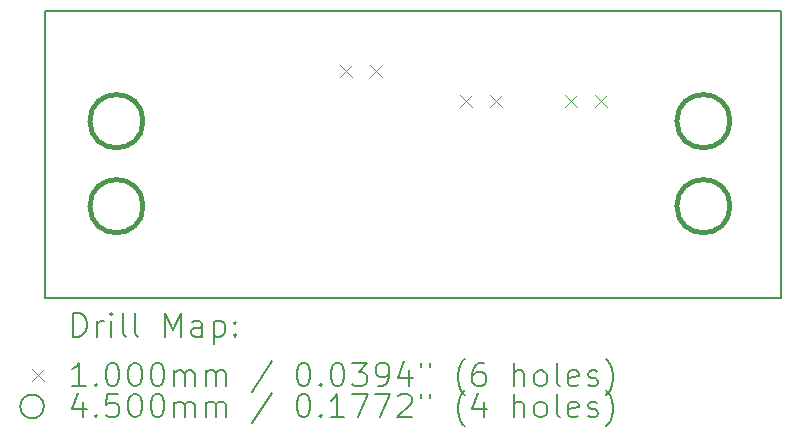
<source format=gbr>
%TF.GenerationSoftware,KiCad,Pcbnew,7.0.2*%
%TF.CreationDate,2023-08-24T13:31:46-07:00*%
%TF.ProjectId,Current Sense Standalone,43757272-656e-4742-9053-656e73652053,rev?*%
%TF.SameCoordinates,Original*%
%TF.FileFunction,Drillmap*%
%TF.FilePolarity,Positive*%
%FSLAX45Y45*%
G04 Gerber Fmt 4.5, Leading zero omitted, Abs format (unit mm)*
G04 Created by KiCad (PCBNEW 7.0.2) date 2023-08-24 13:31:46*
%MOMM*%
%LPD*%
G01*
G04 APERTURE LIST*
%ADD10C,0.200000*%
%ADD11C,0.100000*%
%ADD12C,0.450000*%
G04 APERTURE END LIST*
D10*
X1260615Y-1270000D02*
X7493000Y-1270000D01*
X7493000Y-3702648D01*
X1260615Y-3702648D01*
X1260615Y-1270000D01*
D11*
X3760000Y-1728000D02*
X3860000Y-1828000D01*
X3860000Y-1728000D02*
X3760000Y-1828000D01*
X4014000Y-1728000D02*
X4114000Y-1828000D01*
X4114000Y-1728000D02*
X4014000Y-1828000D01*
X4776000Y-1982000D02*
X4876000Y-2082000D01*
X4876000Y-1982000D02*
X4776000Y-2082000D01*
X5030000Y-1982000D02*
X5130000Y-2082000D01*
X5130000Y-1982000D02*
X5030000Y-2082000D01*
X5665000Y-1982000D02*
X5765000Y-2082000D01*
X5765000Y-1982000D02*
X5665000Y-2082000D01*
X5919000Y-1982000D02*
X6019000Y-2082000D01*
X6019000Y-1982000D02*
X5919000Y-2082000D01*
D12*
X2090094Y-2201000D02*
G75*
G03*
X2090094Y-2201000I-225000J0D01*
G01*
X2090094Y-2921000D02*
G75*
G03*
X2090094Y-2921000I-225000J0D01*
G01*
X7059404Y-2201000D02*
G75*
G03*
X7059404Y-2201000I-225000J0D01*
G01*
X7059404Y-2921000D02*
G75*
G03*
X7059404Y-2921000I-225000J0D01*
G01*
D10*
X1498234Y-4025172D02*
X1498234Y-3825172D01*
X1498234Y-3825172D02*
X1545853Y-3825172D01*
X1545853Y-3825172D02*
X1574425Y-3834695D01*
X1574425Y-3834695D02*
X1593472Y-3853743D01*
X1593472Y-3853743D02*
X1602996Y-3872791D01*
X1602996Y-3872791D02*
X1612520Y-3910886D01*
X1612520Y-3910886D02*
X1612520Y-3939457D01*
X1612520Y-3939457D02*
X1602996Y-3977552D01*
X1602996Y-3977552D02*
X1593472Y-3996600D01*
X1593472Y-3996600D02*
X1574425Y-4015648D01*
X1574425Y-4015648D02*
X1545853Y-4025172D01*
X1545853Y-4025172D02*
X1498234Y-4025172D01*
X1698234Y-4025172D02*
X1698234Y-3891838D01*
X1698234Y-3929933D02*
X1707758Y-3910886D01*
X1707758Y-3910886D02*
X1717282Y-3901362D01*
X1717282Y-3901362D02*
X1736329Y-3891838D01*
X1736329Y-3891838D02*
X1755377Y-3891838D01*
X1822044Y-4025172D02*
X1822044Y-3891838D01*
X1822044Y-3825172D02*
X1812520Y-3834695D01*
X1812520Y-3834695D02*
X1822044Y-3844219D01*
X1822044Y-3844219D02*
X1831568Y-3834695D01*
X1831568Y-3834695D02*
X1822044Y-3825172D01*
X1822044Y-3825172D02*
X1822044Y-3844219D01*
X1945853Y-4025172D02*
X1926806Y-4015648D01*
X1926806Y-4015648D02*
X1917282Y-3996600D01*
X1917282Y-3996600D02*
X1917282Y-3825172D01*
X2050615Y-4025172D02*
X2031568Y-4015648D01*
X2031568Y-4015648D02*
X2022044Y-3996600D01*
X2022044Y-3996600D02*
X2022044Y-3825172D01*
X2279187Y-4025172D02*
X2279187Y-3825172D01*
X2279187Y-3825172D02*
X2345853Y-3968029D01*
X2345853Y-3968029D02*
X2412520Y-3825172D01*
X2412520Y-3825172D02*
X2412520Y-4025172D01*
X2593472Y-4025172D02*
X2593472Y-3920410D01*
X2593472Y-3920410D02*
X2583949Y-3901362D01*
X2583949Y-3901362D02*
X2564901Y-3891838D01*
X2564901Y-3891838D02*
X2526806Y-3891838D01*
X2526806Y-3891838D02*
X2507758Y-3901362D01*
X2593472Y-4015648D02*
X2574425Y-4025172D01*
X2574425Y-4025172D02*
X2526806Y-4025172D01*
X2526806Y-4025172D02*
X2507758Y-4015648D01*
X2507758Y-4015648D02*
X2498234Y-3996600D01*
X2498234Y-3996600D02*
X2498234Y-3977552D01*
X2498234Y-3977552D02*
X2507758Y-3958505D01*
X2507758Y-3958505D02*
X2526806Y-3948981D01*
X2526806Y-3948981D02*
X2574425Y-3948981D01*
X2574425Y-3948981D02*
X2593472Y-3939457D01*
X2688711Y-3891838D02*
X2688711Y-4091838D01*
X2688711Y-3901362D02*
X2707758Y-3891838D01*
X2707758Y-3891838D02*
X2745853Y-3891838D01*
X2745853Y-3891838D02*
X2764901Y-3901362D01*
X2764901Y-3901362D02*
X2774425Y-3910886D01*
X2774425Y-3910886D02*
X2783949Y-3929933D01*
X2783949Y-3929933D02*
X2783949Y-3987076D01*
X2783949Y-3987076D02*
X2774425Y-4006124D01*
X2774425Y-4006124D02*
X2764901Y-4015648D01*
X2764901Y-4015648D02*
X2745853Y-4025172D01*
X2745853Y-4025172D02*
X2707758Y-4025172D01*
X2707758Y-4025172D02*
X2688711Y-4015648D01*
X2869663Y-4006124D02*
X2879187Y-4015648D01*
X2879187Y-4015648D02*
X2869663Y-4025172D01*
X2869663Y-4025172D02*
X2860139Y-4015648D01*
X2860139Y-4015648D02*
X2869663Y-4006124D01*
X2869663Y-4006124D02*
X2869663Y-4025172D01*
X2869663Y-3901362D02*
X2879187Y-3910886D01*
X2879187Y-3910886D02*
X2869663Y-3920410D01*
X2869663Y-3920410D02*
X2860139Y-3910886D01*
X2860139Y-3910886D02*
X2869663Y-3901362D01*
X2869663Y-3901362D02*
X2869663Y-3920410D01*
D11*
X1150615Y-4302648D02*
X1250615Y-4402648D01*
X1250615Y-4302648D02*
X1150615Y-4402648D01*
D10*
X1602996Y-4445172D02*
X1488710Y-4445172D01*
X1545853Y-4445172D02*
X1545853Y-4245172D01*
X1545853Y-4245172D02*
X1526806Y-4273743D01*
X1526806Y-4273743D02*
X1507758Y-4292791D01*
X1507758Y-4292791D02*
X1488710Y-4302314D01*
X1688710Y-4426124D02*
X1698234Y-4435648D01*
X1698234Y-4435648D02*
X1688710Y-4445172D01*
X1688710Y-4445172D02*
X1679187Y-4435648D01*
X1679187Y-4435648D02*
X1688710Y-4426124D01*
X1688710Y-4426124D02*
X1688710Y-4445172D01*
X1822044Y-4245172D02*
X1841091Y-4245172D01*
X1841091Y-4245172D02*
X1860139Y-4254695D01*
X1860139Y-4254695D02*
X1869663Y-4264219D01*
X1869663Y-4264219D02*
X1879187Y-4283267D01*
X1879187Y-4283267D02*
X1888710Y-4321362D01*
X1888710Y-4321362D02*
X1888710Y-4368981D01*
X1888710Y-4368981D02*
X1879187Y-4407076D01*
X1879187Y-4407076D02*
X1869663Y-4426124D01*
X1869663Y-4426124D02*
X1860139Y-4435648D01*
X1860139Y-4435648D02*
X1841091Y-4445172D01*
X1841091Y-4445172D02*
X1822044Y-4445172D01*
X1822044Y-4445172D02*
X1802996Y-4435648D01*
X1802996Y-4435648D02*
X1793472Y-4426124D01*
X1793472Y-4426124D02*
X1783949Y-4407076D01*
X1783949Y-4407076D02*
X1774425Y-4368981D01*
X1774425Y-4368981D02*
X1774425Y-4321362D01*
X1774425Y-4321362D02*
X1783949Y-4283267D01*
X1783949Y-4283267D02*
X1793472Y-4264219D01*
X1793472Y-4264219D02*
X1802996Y-4254695D01*
X1802996Y-4254695D02*
X1822044Y-4245172D01*
X2012520Y-4245172D02*
X2031568Y-4245172D01*
X2031568Y-4245172D02*
X2050615Y-4254695D01*
X2050615Y-4254695D02*
X2060139Y-4264219D01*
X2060139Y-4264219D02*
X2069663Y-4283267D01*
X2069663Y-4283267D02*
X2079187Y-4321362D01*
X2079187Y-4321362D02*
X2079187Y-4368981D01*
X2079187Y-4368981D02*
X2069663Y-4407076D01*
X2069663Y-4407076D02*
X2060139Y-4426124D01*
X2060139Y-4426124D02*
X2050615Y-4435648D01*
X2050615Y-4435648D02*
X2031568Y-4445172D01*
X2031568Y-4445172D02*
X2012520Y-4445172D01*
X2012520Y-4445172D02*
X1993472Y-4435648D01*
X1993472Y-4435648D02*
X1983949Y-4426124D01*
X1983949Y-4426124D02*
X1974425Y-4407076D01*
X1974425Y-4407076D02*
X1964901Y-4368981D01*
X1964901Y-4368981D02*
X1964901Y-4321362D01*
X1964901Y-4321362D02*
X1974425Y-4283267D01*
X1974425Y-4283267D02*
X1983949Y-4264219D01*
X1983949Y-4264219D02*
X1993472Y-4254695D01*
X1993472Y-4254695D02*
X2012520Y-4245172D01*
X2202996Y-4245172D02*
X2222044Y-4245172D01*
X2222044Y-4245172D02*
X2241092Y-4254695D01*
X2241092Y-4254695D02*
X2250615Y-4264219D01*
X2250615Y-4264219D02*
X2260139Y-4283267D01*
X2260139Y-4283267D02*
X2269663Y-4321362D01*
X2269663Y-4321362D02*
X2269663Y-4368981D01*
X2269663Y-4368981D02*
X2260139Y-4407076D01*
X2260139Y-4407076D02*
X2250615Y-4426124D01*
X2250615Y-4426124D02*
X2241092Y-4435648D01*
X2241092Y-4435648D02*
X2222044Y-4445172D01*
X2222044Y-4445172D02*
X2202996Y-4445172D01*
X2202996Y-4445172D02*
X2183949Y-4435648D01*
X2183949Y-4435648D02*
X2174425Y-4426124D01*
X2174425Y-4426124D02*
X2164901Y-4407076D01*
X2164901Y-4407076D02*
X2155377Y-4368981D01*
X2155377Y-4368981D02*
X2155377Y-4321362D01*
X2155377Y-4321362D02*
X2164901Y-4283267D01*
X2164901Y-4283267D02*
X2174425Y-4264219D01*
X2174425Y-4264219D02*
X2183949Y-4254695D01*
X2183949Y-4254695D02*
X2202996Y-4245172D01*
X2355377Y-4445172D02*
X2355377Y-4311838D01*
X2355377Y-4330886D02*
X2364901Y-4321362D01*
X2364901Y-4321362D02*
X2383949Y-4311838D01*
X2383949Y-4311838D02*
X2412520Y-4311838D01*
X2412520Y-4311838D02*
X2431568Y-4321362D01*
X2431568Y-4321362D02*
X2441092Y-4340410D01*
X2441092Y-4340410D02*
X2441092Y-4445172D01*
X2441092Y-4340410D02*
X2450615Y-4321362D01*
X2450615Y-4321362D02*
X2469663Y-4311838D01*
X2469663Y-4311838D02*
X2498234Y-4311838D01*
X2498234Y-4311838D02*
X2517282Y-4321362D01*
X2517282Y-4321362D02*
X2526806Y-4340410D01*
X2526806Y-4340410D02*
X2526806Y-4445172D01*
X2622044Y-4445172D02*
X2622044Y-4311838D01*
X2622044Y-4330886D02*
X2631568Y-4321362D01*
X2631568Y-4321362D02*
X2650615Y-4311838D01*
X2650615Y-4311838D02*
X2679187Y-4311838D01*
X2679187Y-4311838D02*
X2698234Y-4321362D01*
X2698234Y-4321362D02*
X2707758Y-4340410D01*
X2707758Y-4340410D02*
X2707758Y-4445172D01*
X2707758Y-4340410D02*
X2717282Y-4321362D01*
X2717282Y-4321362D02*
X2736330Y-4311838D01*
X2736330Y-4311838D02*
X2764901Y-4311838D01*
X2764901Y-4311838D02*
X2783949Y-4321362D01*
X2783949Y-4321362D02*
X2793473Y-4340410D01*
X2793473Y-4340410D02*
X2793473Y-4445172D01*
X3183949Y-4235648D02*
X3012520Y-4492791D01*
X3441092Y-4245172D02*
X3460139Y-4245172D01*
X3460139Y-4245172D02*
X3479187Y-4254695D01*
X3479187Y-4254695D02*
X3488711Y-4264219D01*
X3488711Y-4264219D02*
X3498234Y-4283267D01*
X3498234Y-4283267D02*
X3507758Y-4321362D01*
X3507758Y-4321362D02*
X3507758Y-4368981D01*
X3507758Y-4368981D02*
X3498234Y-4407076D01*
X3498234Y-4407076D02*
X3488711Y-4426124D01*
X3488711Y-4426124D02*
X3479187Y-4435648D01*
X3479187Y-4435648D02*
X3460139Y-4445172D01*
X3460139Y-4445172D02*
X3441092Y-4445172D01*
X3441092Y-4445172D02*
X3422044Y-4435648D01*
X3422044Y-4435648D02*
X3412520Y-4426124D01*
X3412520Y-4426124D02*
X3402996Y-4407076D01*
X3402996Y-4407076D02*
X3393473Y-4368981D01*
X3393473Y-4368981D02*
X3393473Y-4321362D01*
X3393473Y-4321362D02*
X3402996Y-4283267D01*
X3402996Y-4283267D02*
X3412520Y-4264219D01*
X3412520Y-4264219D02*
X3422044Y-4254695D01*
X3422044Y-4254695D02*
X3441092Y-4245172D01*
X3593473Y-4426124D02*
X3602996Y-4435648D01*
X3602996Y-4435648D02*
X3593473Y-4445172D01*
X3593473Y-4445172D02*
X3583949Y-4435648D01*
X3583949Y-4435648D02*
X3593473Y-4426124D01*
X3593473Y-4426124D02*
X3593473Y-4445172D01*
X3726806Y-4245172D02*
X3745854Y-4245172D01*
X3745854Y-4245172D02*
X3764901Y-4254695D01*
X3764901Y-4254695D02*
X3774425Y-4264219D01*
X3774425Y-4264219D02*
X3783949Y-4283267D01*
X3783949Y-4283267D02*
X3793473Y-4321362D01*
X3793473Y-4321362D02*
X3793473Y-4368981D01*
X3793473Y-4368981D02*
X3783949Y-4407076D01*
X3783949Y-4407076D02*
X3774425Y-4426124D01*
X3774425Y-4426124D02*
X3764901Y-4435648D01*
X3764901Y-4435648D02*
X3745854Y-4445172D01*
X3745854Y-4445172D02*
X3726806Y-4445172D01*
X3726806Y-4445172D02*
X3707758Y-4435648D01*
X3707758Y-4435648D02*
X3698234Y-4426124D01*
X3698234Y-4426124D02*
X3688711Y-4407076D01*
X3688711Y-4407076D02*
X3679187Y-4368981D01*
X3679187Y-4368981D02*
X3679187Y-4321362D01*
X3679187Y-4321362D02*
X3688711Y-4283267D01*
X3688711Y-4283267D02*
X3698234Y-4264219D01*
X3698234Y-4264219D02*
X3707758Y-4254695D01*
X3707758Y-4254695D02*
X3726806Y-4245172D01*
X3860139Y-4245172D02*
X3983949Y-4245172D01*
X3983949Y-4245172D02*
X3917282Y-4321362D01*
X3917282Y-4321362D02*
X3945854Y-4321362D01*
X3945854Y-4321362D02*
X3964901Y-4330886D01*
X3964901Y-4330886D02*
X3974425Y-4340410D01*
X3974425Y-4340410D02*
X3983949Y-4359457D01*
X3983949Y-4359457D02*
X3983949Y-4407076D01*
X3983949Y-4407076D02*
X3974425Y-4426124D01*
X3974425Y-4426124D02*
X3964901Y-4435648D01*
X3964901Y-4435648D02*
X3945854Y-4445172D01*
X3945854Y-4445172D02*
X3888711Y-4445172D01*
X3888711Y-4445172D02*
X3869663Y-4435648D01*
X3869663Y-4435648D02*
X3860139Y-4426124D01*
X4079187Y-4445172D02*
X4117282Y-4445172D01*
X4117282Y-4445172D02*
X4136330Y-4435648D01*
X4136330Y-4435648D02*
X4145854Y-4426124D01*
X4145854Y-4426124D02*
X4164901Y-4397553D01*
X4164901Y-4397553D02*
X4174425Y-4359457D01*
X4174425Y-4359457D02*
X4174425Y-4283267D01*
X4174425Y-4283267D02*
X4164901Y-4264219D01*
X4164901Y-4264219D02*
X4155377Y-4254695D01*
X4155377Y-4254695D02*
X4136330Y-4245172D01*
X4136330Y-4245172D02*
X4098234Y-4245172D01*
X4098234Y-4245172D02*
X4079187Y-4254695D01*
X4079187Y-4254695D02*
X4069663Y-4264219D01*
X4069663Y-4264219D02*
X4060139Y-4283267D01*
X4060139Y-4283267D02*
X4060139Y-4330886D01*
X4060139Y-4330886D02*
X4069663Y-4349934D01*
X4069663Y-4349934D02*
X4079187Y-4359457D01*
X4079187Y-4359457D02*
X4098234Y-4368981D01*
X4098234Y-4368981D02*
X4136330Y-4368981D01*
X4136330Y-4368981D02*
X4155377Y-4359457D01*
X4155377Y-4359457D02*
X4164901Y-4349934D01*
X4164901Y-4349934D02*
X4174425Y-4330886D01*
X4345854Y-4311838D02*
X4345854Y-4445172D01*
X4298235Y-4235648D02*
X4250616Y-4378505D01*
X4250616Y-4378505D02*
X4374425Y-4378505D01*
X4441092Y-4245172D02*
X4441092Y-4283267D01*
X4517282Y-4245172D02*
X4517282Y-4283267D01*
X4812520Y-4521362D02*
X4802997Y-4511838D01*
X4802997Y-4511838D02*
X4783949Y-4483267D01*
X4783949Y-4483267D02*
X4774425Y-4464219D01*
X4774425Y-4464219D02*
X4764901Y-4435648D01*
X4764901Y-4435648D02*
X4755378Y-4388029D01*
X4755378Y-4388029D02*
X4755378Y-4349934D01*
X4755378Y-4349934D02*
X4764901Y-4302314D01*
X4764901Y-4302314D02*
X4774425Y-4273743D01*
X4774425Y-4273743D02*
X4783949Y-4254695D01*
X4783949Y-4254695D02*
X4802997Y-4226124D01*
X4802997Y-4226124D02*
X4812520Y-4216600D01*
X4974425Y-4245172D02*
X4936330Y-4245172D01*
X4936330Y-4245172D02*
X4917282Y-4254695D01*
X4917282Y-4254695D02*
X4907758Y-4264219D01*
X4907758Y-4264219D02*
X4888711Y-4292791D01*
X4888711Y-4292791D02*
X4879187Y-4330886D01*
X4879187Y-4330886D02*
X4879187Y-4407076D01*
X4879187Y-4407076D02*
X4888711Y-4426124D01*
X4888711Y-4426124D02*
X4898235Y-4435648D01*
X4898235Y-4435648D02*
X4917282Y-4445172D01*
X4917282Y-4445172D02*
X4955378Y-4445172D01*
X4955378Y-4445172D02*
X4974425Y-4435648D01*
X4974425Y-4435648D02*
X4983949Y-4426124D01*
X4983949Y-4426124D02*
X4993473Y-4407076D01*
X4993473Y-4407076D02*
X4993473Y-4359457D01*
X4993473Y-4359457D02*
X4983949Y-4340410D01*
X4983949Y-4340410D02*
X4974425Y-4330886D01*
X4974425Y-4330886D02*
X4955378Y-4321362D01*
X4955378Y-4321362D02*
X4917282Y-4321362D01*
X4917282Y-4321362D02*
X4898235Y-4330886D01*
X4898235Y-4330886D02*
X4888711Y-4340410D01*
X4888711Y-4340410D02*
X4879187Y-4359457D01*
X5231568Y-4445172D02*
X5231568Y-4245172D01*
X5317282Y-4445172D02*
X5317282Y-4340410D01*
X5317282Y-4340410D02*
X5307759Y-4321362D01*
X5307759Y-4321362D02*
X5288711Y-4311838D01*
X5288711Y-4311838D02*
X5260139Y-4311838D01*
X5260139Y-4311838D02*
X5241092Y-4321362D01*
X5241092Y-4321362D02*
X5231568Y-4330886D01*
X5441092Y-4445172D02*
X5422044Y-4435648D01*
X5422044Y-4435648D02*
X5412520Y-4426124D01*
X5412520Y-4426124D02*
X5402997Y-4407076D01*
X5402997Y-4407076D02*
X5402997Y-4349934D01*
X5402997Y-4349934D02*
X5412520Y-4330886D01*
X5412520Y-4330886D02*
X5422044Y-4321362D01*
X5422044Y-4321362D02*
X5441092Y-4311838D01*
X5441092Y-4311838D02*
X5469663Y-4311838D01*
X5469663Y-4311838D02*
X5488711Y-4321362D01*
X5488711Y-4321362D02*
X5498235Y-4330886D01*
X5498235Y-4330886D02*
X5507759Y-4349934D01*
X5507759Y-4349934D02*
X5507759Y-4407076D01*
X5507759Y-4407076D02*
X5498235Y-4426124D01*
X5498235Y-4426124D02*
X5488711Y-4435648D01*
X5488711Y-4435648D02*
X5469663Y-4445172D01*
X5469663Y-4445172D02*
X5441092Y-4445172D01*
X5622044Y-4445172D02*
X5602997Y-4435648D01*
X5602997Y-4435648D02*
X5593473Y-4416600D01*
X5593473Y-4416600D02*
X5593473Y-4245172D01*
X5774425Y-4435648D02*
X5755378Y-4445172D01*
X5755378Y-4445172D02*
X5717282Y-4445172D01*
X5717282Y-4445172D02*
X5698235Y-4435648D01*
X5698235Y-4435648D02*
X5688711Y-4416600D01*
X5688711Y-4416600D02*
X5688711Y-4340410D01*
X5688711Y-4340410D02*
X5698235Y-4321362D01*
X5698235Y-4321362D02*
X5717282Y-4311838D01*
X5717282Y-4311838D02*
X5755378Y-4311838D01*
X5755378Y-4311838D02*
X5774425Y-4321362D01*
X5774425Y-4321362D02*
X5783949Y-4340410D01*
X5783949Y-4340410D02*
X5783949Y-4359457D01*
X5783949Y-4359457D02*
X5688711Y-4378505D01*
X5860139Y-4435648D02*
X5879187Y-4445172D01*
X5879187Y-4445172D02*
X5917282Y-4445172D01*
X5917282Y-4445172D02*
X5936330Y-4435648D01*
X5936330Y-4435648D02*
X5945854Y-4416600D01*
X5945854Y-4416600D02*
X5945854Y-4407076D01*
X5945854Y-4407076D02*
X5936330Y-4388029D01*
X5936330Y-4388029D02*
X5917282Y-4378505D01*
X5917282Y-4378505D02*
X5888711Y-4378505D01*
X5888711Y-4378505D02*
X5869663Y-4368981D01*
X5869663Y-4368981D02*
X5860139Y-4349934D01*
X5860139Y-4349934D02*
X5860139Y-4340410D01*
X5860139Y-4340410D02*
X5869663Y-4321362D01*
X5869663Y-4321362D02*
X5888711Y-4311838D01*
X5888711Y-4311838D02*
X5917282Y-4311838D01*
X5917282Y-4311838D02*
X5936330Y-4321362D01*
X6012520Y-4521362D02*
X6022044Y-4511838D01*
X6022044Y-4511838D02*
X6041092Y-4483267D01*
X6041092Y-4483267D02*
X6050616Y-4464219D01*
X6050616Y-4464219D02*
X6060139Y-4435648D01*
X6060139Y-4435648D02*
X6069663Y-4388029D01*
X6069663Y-4388029D02*
X6069663Y-4349934D01*
X6069663Y-4349934D02*
X6060139Y-4302314D01*
X6060139Y-4302314D02*
X6050616Y-4273743D01*
X6050616Y-4273743D02*
X6041092Y-4254695D01*
X6041092Y-4254695D02*
X6022044Y-4226124D01*
X6022044Y-4226124D02*
X6012520Y-4216600D01*
X1250615Y-4616648D02*
G75*
G03*
X1250615Y-4616648I-100000J0D01*
G01*
X1583949Y-4575838D02*
X1583949Y-4709172D01*
X1536329Y-4499648D02*
X1488710Y-4642505D01*
X1488710Y-4642505D02*
X1612520Y-4642505D01*
X1688710Y-4690124D02*
X1698234Y-4699648D01*
X1698234Y-4699648D02*
X1688710Y-4709172D01*
X1688710Y-4709172D02*
X1679187Y-4699648D01*
X1679187Y-4699648D02*
X1688710Y-4690124D01*
X1688710Y-4690124D02*
X1688710Y-4709172D01*
X1879187Y-4509172D02*
X1783949Y-4509172D01*
X1783949Y-4509172D02*
X1774425Y-4604410D01*
X1774425Y-4604410D02*
X1783949Y-4594886D01*
X1783949Y-4594886D02*
X1802996Y-4585362D01*
X1802996Y-4585362D02*
X1850615Y-4585362D01*
X1850615Y-4585362D02*
X1869663Y-4594886D01*
X1869663Y-4594886D02*
X1879187Y-4604410D01*
X1879187Y-4604410D02*
X1888710Y-4623457D01*
X1888710Y-4623457D02*
X1888710Y-4671076D01*
X1888710Y-4671076D02*
X1879187Y-4690124D01*
X1879187Y-4690124D02*
X1869663Y-4699648D01*
X1869663Y-4699648D02*
X1850615Y-4709172D01*
X1850615Y-4709172D02*
X1802996Y-4709172D01*
X1802996Y-4709172D02*
X1783949Y-4699648D01*
X1783949Y-4699648D02*
X1774425Y-4690124D01*
X2012520Y-4509172D02*
X2031568Y-4509172D01*
X2031568Y-4509172D02*
X2050615Y-4518695D01*
X2050615Y-4518695D02*
X2060139Y-4528219D01*
X2060139Y-4528219D02*
X2069663Y-4547267D01*
X2069663Y-4547267D02*
X2079187Y-4585362D01*
X2079187Y-4585362D02*
X2079187Y-4632981D01*
X2079187Y-4632981D02*
X2069663Y-4671076D01*
X2069663Y-4671076D02*
X2060139Y-4690124D01*
X2060139Y-4690124D02*
X2050615Y-4699648D01*
X2050615Y-4699648D02*
X2031568Y-4709172D01*
X2031568Y-4709172D02*
X2012520Y-4709172D01*
X2012520Y-4709172D02*
X1993472Y-4699648D01*
X1993472Y-4699648D02*
X1983949Y-4690124D01*
X1983949Y-4690124D02*
X1974425Y-4671076D01*
X1974425Y-4671076D02*
X1964901Y-4632981D01*
X1964901Y-4632981D02*
X1964901Y-4585362D01*
X1964901Y-4585362D02*
X1974425Y-4547267D01*
X1974425Y-4547267D02*
X1983949Y-4528219D01*
X1983949Y-4528219D02*
X1993472Y-4518695D01*
X1993472Y-4518695D02*
X2012520Y-4509172D01*
X2202996Y-4509172D02*
X2222044Y-4509172D01*
X2222044Y-4509172D02*
X2241092Y-4518695D01*
X2241092Y-4518695D02*
X2250615Y-4528219D01*
X2250615Y-4528219D02*
X2260139Y-4547267D01*
X2260139Y-4547267D02*
X2269663Y-4585362D01*
X2269663Y-4585362D02*
X2269663Y-4632981D01*
X2269663Y-4632981D02*
X2260139Y-4671076D01*
X2260139Y-4671076D02*
X2250615Y-4690124D01*
X2250615Y-4690124D02*
X2241092Y-4699648D01*
X2241092Y-4699648D02*
X2222044Y-4709172D01*
X2222044Y-4709172D02*
X2202996Y-4709172D01*
X2202996Y-4709172D02*
X2183949Y-4699648D01*
X2183949Y-4699648D02*
X2174425Y-4690124D01*
X2174425Y-4690124D02*
X2164901Y-4671076D01*
X2164901Y-4671076D02*
X2155377Y-4632981D01*
X2155377Y-4632981D02*
X2155377Y-4585362D01*
X2155377Y-4585362D02*
X2164901Y-4547267D01*
X2164901Y-4547267D02*
X2174425Y-4528219D01*
X2174425Y-4528219D02*
X2183949Y-4518695D01*
X2183949Y-4518695D02*
X2202996Y-4509172D01*
X2355377Y-4709172D02*
X2355377Y-4575838D01*
X2355377Y-4594886D02*
X2364901Y-4585362D01*
X2364901Y-4585362D02*
X2383949Y-4575838D01*
X2383949Y-4575838D02*
X2412520Y-4575838D01*
X2412520Y-4575838D02*
X2431568Y-4585362D01*
X2431568Y-4585362D02*
X2441092Y-4604410D01*
X2441092Y-4604410D02*
X2441092Y-4709172D01*
X2441092Y-4604410D02*
X2450615Y-4585362D01*
X2450615Y-4585362D02*
X2469663Y-4575838D01*
X2469663Y-4575838D02*
X2498234Y-4575838D01*
X2498234Y-4575838D02*
X2517282Y-4585362D01*
X2517282Y-4585362D02*
X2526806Y-4604410D01*
X2526806Y-4604410D02*
X2526806Y-4709172D01*
X2622044Y-4709172D02*
X2622044Y-4575838D01*
X2622044Y-4594886D02*
X2631568Y-4585362D01*
X2631568Y-4585362D02*
X2650615Y-4575838D01*
X2650615Y-4575838D02*
X2679187Y-4575838D01*
X2679187Y-4575838D02*
X2698234Y-4585362D01*
X2698234Y-4585362D02*
X2707758Y-4604410D01*
X2707758Y-4604410D02*
X2707758Y-4709172D01*
X2707758Y-4604410D02*
X2717282Y-4585362D01*
X2717282Y-4585362D02*
X2736330Y-4575838D01*
X2736330Y-4575838D02*
X2764901Y-4575838D01*
X2764901Y-4575838D02*
X2783949Y-4585362D01*
X2783949Y-4585362D02*
X2793473Y-4604410D01*
X2793473Y-4604410D02*
X2793473Y-4709172D01*
X3183949Y-4499648D02*
X3012520Y-4756791D01*
X3441092Y-4509172D02*
X3460139Y-4509172D01*
X3460139Y-4509172D02*
X3479187Y-4518695D01*
X3479187Y-4518695D02*
X3488711Y-4528219D01*
X3488711Y-4528219D02*
X3498234Y-4547267D01*
X3498234Y-4547267D02*
X3507758Y-4585362D01*
X3507758Y-4585362D02*
X3507758Y-4632981D01*
X3507758Y-4632981D02*
X3498234Y-4671076D01*
X3498234Y-4671076D02*
X3488711Y-4690124D01*
X3488711Y-4690124D02*
X3479187Y-4699648D01*
X3479187Y-4699648D02*
X3460139Y-4709172D01*
X3460139Y-4709172D02*
X3441092Y-4709172D01*
X3441092Y-4709172D02*
X3422044Y-4699648D01*
X3422044Y-4699648D02*
X3412520Y-4690124D01*
X3412520Y-4690124D02*
X3402996Y-4671076D01*
X3402996Y-4671076D02*
X3393473Y-4632981D01*
X3393473Y-4632981D02*
X3393473Y-4585362D01*
X3393473Y-4585362D02*
X3402996Y-4547267D01*
X3402996Y-4547267D02*
X3412520Y-4528219D01*
X3412520Y-4528219D02*
X3422044Y-4518695D01*
X3422044Y-4518695D02*
X3441092Y-4509172D01*
X3593473Y-4690124D02*
X3602996Y-4699648D01*
X3602996Y-4699648D02*
X3593473Y-4709172D01*
X3593473Y-4709172D02*
X3583949Y-4699648D01*
X3583949Y-4699648D02*
X3593473Y-4690124D01*
X3593473Y-4690124D02*
X3593473Y-4709172D01*
X3793473Y-4709172D02*
X3679187Y-4709172D01*
X3736330Y-4709172D02*
X3736330Y-4509172D01*
X3736330Y-4509172D02*
X3717282Y-4537743D01*
X3717282Y-4537743D02*
X3698234Y-4556791D01*
X3698234Y-4556791D02*
X3679187Y-4566314D01*
X3860139Y-4509172D02*
X3993473Y-4509172D01*
X3993473Y-4509172D02*
X3907758Y-4709172D01*
X4050615Y-4509172D02*
X4183949Y-4509172D01*
X4183949Y-4509172D02*
X4098234Y-4709172D01*
X4250616Y-4528219D02*
X4260139Y-4518695D01*
X4260139Y-4518695D02*
X4279187Y-4509172D01*
X4279187Y-4509172D02*
X4326806Y-4509172D01*
X4326806Y-4509172D02*
X4345854Y-4518695D01*
X4345854Y-4518695D02*
X4355377Y-4528219D01*
X4355377Y-4528219D02*
X4364901Y-4547267D01*
X4364901Y-4547267D02*
X4364901Y-4566314D01*
X4364901Y-4566314D02*
X4355377Y-4594886D01*
X4355377Y-4594886D02*
X4241092Y-4709172D01*
X4241092Y-4709172D02*
X4364901Y-4709172D01*
X4441092Y-4509172D02*
X4441092Y-4547267D01*
X4517282Y-4509172D02*
X4517282Y-4547267D01*
X4812520Y-4785362D02*
X4802997Y-4775838D01*
X4802997Y-4775838D02*
X4783949Y-4747267D01*
X4783949Y-4747267D02*
X4774425Y-4728219D01*
X4774425Y-4728219D02*
X4764901Y-4699648D01*
X4764901Y-4699648D02*
X4755378Y-4652029D01*
X4755378Y-4652029D02*
X4755378Y-4613934D01*
X4755378Y-4613934D02*
X4764901Y-4566314D01*
X4764901Y-4566314D02*
X4774425Y-4537743D01*
X4774425Y-4537743D02*
X4783949Y-4518695D01*
X4783949Y-4518695D02*
X4802997Y-4490124D01*
X4802997Y-4490124D02*
X4812520Y-4480600D01*
X4974425Y-4575838D02*
X4974425Y-4709172D01*
X4926806Y-4499648D02*
X4879187Y-4642505D01*
X4879187Y-4642505D02*
X5002997Y-4642505D01*
X5231568Y-4709172D02*
X5231568Y-4509172D01*
X5317282Y-4709172D02*
X5317282Y-4604410D01*
X5317282Y-4604410D02*
X5307759Y-4585362D01*
X5307759Y-4585362D02*
X5288711Y-4575838D01*
X5288711Y-4575838D02*
X5260139Y-4575838D01*
X5260139Y-4575838D02*
X5241092Y-4585362D01*
X5241092Y-4585362D02*
X5231568Y-4594886D01*
X5441092Y-4709172D02*
X5422044Y-4699648D01*
X5422044Y-4699648D02*
X5412520Y-4690124D01*
X5412520Y-4690124D02*
X5402997Y-4671076D01*
X5402997Y-4671076D02*
X5402997Y-4613934D01*
X5402997Y-4613934D02*
X5412520Y-4594886D01*
X5412520Y-4594886D02*
X5422044Y-4585362D01*
X5422044Y-4585362D02*
X5441092Y-4575838D01*
X5441092Y-4575838D02*
X5469663Y-4575838D01*
X5469663Y-4575838D02*
X5488711Y-4585362D01*
X5488711Y-4585362D02*
X5498235Y-4594886D01*
X5498235Y-4594886D02*
X5507759Y-4613934D01*
X5507759Y-4613934D02*
X5507759Y-4671076D01*
X5507759Y-4671076D02*
X5498235Y-4690124D01*
X5498235Y-4690124D02*
X5488711Y-4699648D01*
X5488711Y-4699648D02*
X5469663Y-4709172D01*
X5469663Y-4709172D02*
X5441092Y-4709172D01*
X5622044Y-4709172D02*
X5602997Y-4699648D01*
X5602997Y-4699648D02*
X5593473Y-4680600D01*
X5593473Y-4680600D02*
X5593473Y-4509172D01*
X5774425Y-4699648D02*
X5755378Y-4709172D01*
X5755378Y-4709172D02*
X5717282Y-4709172D01*
X5717282Y-4709172D02*
X5698235Y-4699648D01*
X5698235Y-4699648D02*
X5688711Y-4680600D01*
X5688711Y-4680600D02*
X5688711Y-4604410D01*
X5688711Y-4604410D02*
X5698235Y-4585362D01*
X5698235Y-4585362D02*
X5717282Y-4575838D01*
X5717282Y-4575838D02*
X5755378Y-4575838D01*
X5755378Y-4575838D02*
X5774425Y-4585362D01*
X5774425Y-4585362D02*
X5783949Y-4604410D01*
X5783949Y-4604410D02*
X5783949Y-4623457D01*
X5783949Y-4623457D02*
X5688711Y-4642505D01*
X5860139Y-4699648D02*
X5879187Y-4709172D01*
X5879187Y-4709172D02*
X5917282Y-4709172D01*
X5917282Y-4709172D02*
X5936330Y-4699648D01*
X5936330Y-4699648D02*
X5945854Y-4680600D01*
X5945854Y-4680600D02*
X5945854Y-4671076D01*
X5945854Y-4671076D02*
X5936330Y-4652029D01*
X5936330Y-4652029D02*
X5917282Y-4642505D01*
X5917282Y-4642505D02*
X5888711Y-4642505D01*
X5888711Y-4642505D02*
X5869663Y-4632981D01*
X5869663Y-4632981D02*
X5860139Y-4613934D01*
X5860139Y-4613934D02*
X5860139Y-4604410D01*
X5860139Y-4604410D02*
X5869663Y-4585362D01*
X5869663Y-4585362D02*
X5888711Y-4575838D01*
X5888711Y-4575838D02*
X5917282Y-4575838D01*
X5917282Y-4575838D02*
X5936330Y-4585362D01*
X6012520Y-4785362D02*
X6022044Y-4775838D01*
X6022044Y-4775838D02*
X6041092Y-4747267D01*
X6041092Y-4747267D02*
X6050616Y-4728219D01*
X6050616Y-4728219D02*
X6060139Y-4699648D01*
X6060139Y-4699648D02*
X6069663Y-4652029D01*
X6069663Y-4652029D02*
X6069663Y-4613934D01*
X6069663Y-4613934D02*
X6060139Y-4566314D01*
X6060139Y-4566314D02*
X6050616Y-4537743D01*
X6050616Y-4537743D02*
X6041092Y-4518695D01*
X6041092Y-4518695D02*
X6022044Y-4490124D01*
X6022044Y-4490124D02*
X6012520Y-4480600D01*
M02*

</source>
